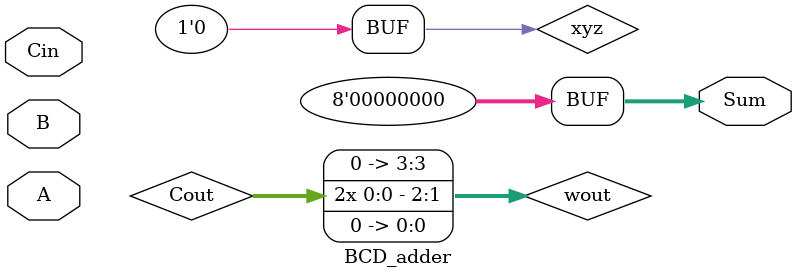
<source format=v>
`timescale 1ns / 1ps
/*Write the Verilog code for BCD adder and verify the functionality by providing
following input test pattern. Module names should be BCD_adder and BCD_adder_tb.
BCD_adder module should have the inputs A and B, and output Sum. (Sum is of 8 bit)*/
module FA(X,Y,A,B,C); // Full-Adder
	//Outputs and inputs
	output X,Y;
	input A,B,C;
	//Wires
	//Logic
	wire w1,w2,w3;
	xor xor1(w1,A,B);
	xor xor2(X,C,w1);
	and a1(w2,A,B);
	and a2(w3,C,w1);
	or or1(Y,w2,w3);
	//End
endmodule

module RCA(Sum, Cout, A, B,  Cin); // Ripple Carry Adder
//Output
output [3:0] Sum;
output Cout;
//Inputs
input  [3:0] A,B;
input Cin;
wire [2:0] carry_temp;
//Logic

FA f0(Sum[0], carry_temp[0], A[0], B[0], Cin);
FA f1(Sum[1], carry_temp[1], A[1], B[1], carry_temp[0]);
FA f2(Sum[2], carry_temp[2], A[2], B[2], carry_temp[1]);
FA f3(Sum[3], Cout, A[3], B[3], carry_temp[2]);
//End
endmodule

module BCD_adder(Sum, A, B, Cin); //BCD Adder
//inputs

input [3:0] A, B;
input Cin;

//Outputs

output [7:0]Sum;

//Wires

wire Cout;
wire [3:0]w;
wire k;
wire [3:0]wout;
wire xyz; 
wire a,b,c,d;

assign Sum[0]=0,Sum[1]=0,Sum[2]=0,Sum[3]=0,Sum[4]=0,Sum[5]=0,Sum[6]=0,Sum[7]=0;
RCA rca1(w, k, A, B, Cin);

//assign Cout = ((k) || (w[3] && w[2]) || (w[1] && w[3]));
and g0(a,w[3],w[2]);
and g1(b,w[3],w[1]);
or g2(c,a,b);
or g3(Cout, k,c);

assign wout[1] = Cout;
assign wout[2] = Cout;
assign wout[0] = 0;
assign wout[3] = 0;
assign xyz = 0;

RCA rca2(Sum, Cout, wout, w, xyz);   
endmodule

</source>
